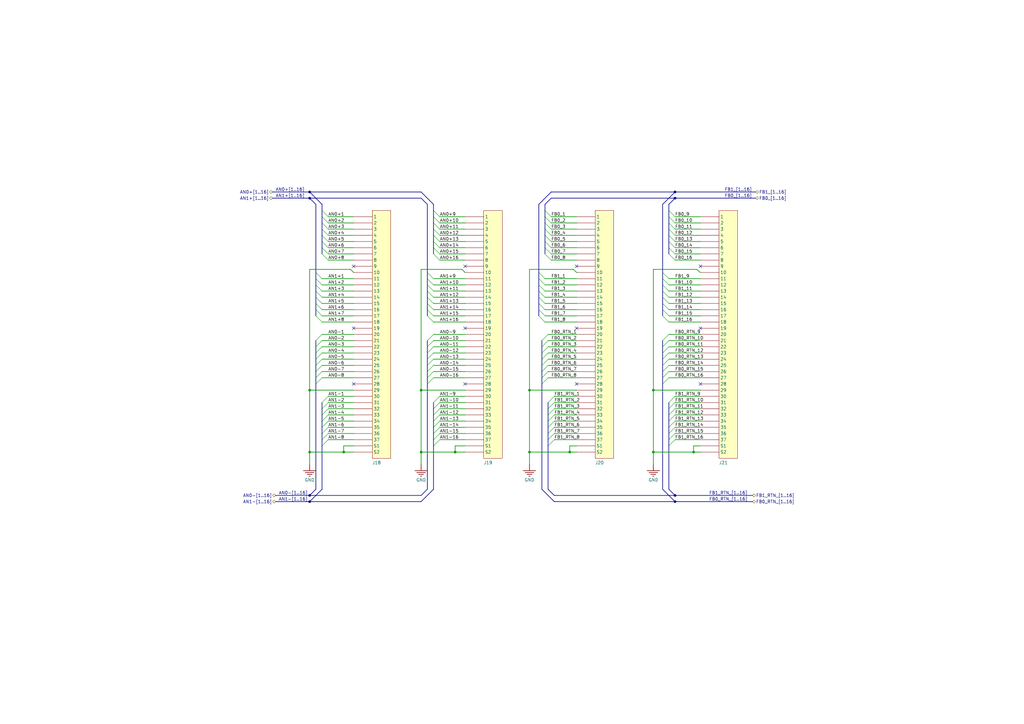
<source format=kicad_sch>
(kicad_sch (version 20211123) (generator eeschema)
  (paper "A3")
  (title_block (title "CAT-Modular Breadoard") (date "18.03.2022") (rev "1.1") (company "DLR e.V. Robert-Hooke Str. 7 28359 Bremen") (comment 1 "C. Strowik"))
  (lib_symbols
    (symbol "01_CAT-MB-AN-altium-import:0_09 65 461 671"
      (property "Value" "0_09 65 461 671" (at 0 0 0))
      (symbol "0_09 65 461 671_1_0"
        (rectangle (start 7.62 101.6) (end 0 0) (fill (type background)))
        (pin passive line (at -7.62 99.06 0) (length 7.62) (name "1") (number "1"))
        (pin passive line (at -7.62 76.2 0) (length 7.62) (name "10") (number "10"))
        (pin passive line (at -7.62 73.66 0) (length 7.62) (name "11") (number "11"))
        (pin passive line (at -7.62 71.12 0) (length 7.62) (name "12") (number "12"))
        (pin passive line (at -7.62 68.58 0) (length 7.62) (name "13") (number "13"))
        (pin passive line (at -7.62 66.04 0) (length 7.62) (name "14") (number "14"))
        (pin passive line (at -7.62 63.5 0) (length 7.62) (name "15") (number "15"))
        (pin passive line (at -7.62 60.96 0) (length 7.62) (name "16") (number "16"))
        (pin passive line (at -7.62 58.42 0) (length 7.62) (name "17") (number "17"))
        (pin passive line (at -7.62 55.88 0) (length 7.62) (name "18") (number "18"))
        (pin passive line (at -7.62 53.34 0) (length 7.62) (name "19") (number "19"))
        (pin passive line (at -7.62 96.52 0) (length 7.62) (name "2") (number "2"))
        (pin passive line (at -7.62 50.8 0) (length 7.62) (name "20") (number "20"))
        (pin passive line (at -7.62 48.26 0) (length 7.62) (name "21") (number "21"))
        (pin passive line (at -7.62 45.72 0) (length 7.62) (name "22") (number "22"))
        (pin passive line (at -7.62 43.18 0) (length 7.62) (name "23") (number "23"))
        (pin passive line (at -7.62 40.64 0) (length 7.62) (name "24") (number "24"))
        (pin passive line (at -7.62 38.1 0) (length 7.62) (name "25") (number "25"))
        (pin passive line (at -7.62 35.56 0) (length 7.62) (name "26") (number "26"))
        (pin passive line (at -7.62 33.02 0) (length 7.62) (name "27") (number "27"))
        (pin passive line (at -7.62 30.48 0) (length 7.62) (name "28") (number "28"))
        (pin passive line (at -7.62 27.94 0) (length 7.62) (name "29") (number "29"))
        (pin passive line (at -7.62 93.98 0) (length 7.62) (name "3") (number "3"))
        (pin passive line (at -7.62 25.4 0) (length 7.62) (name "30") (number "30"))
        (pin passive line (at -7.62 22.86 0) (length 7.62) (name "31") (number "31"))
        (pin passive line (at -7.62 20.32 0) (length 7.62) (name "32") (number "32"))
        (pin passive line (at -7.62 17.78 0) (length 7.62) (name "33") (number "33"))
        (pin passive line (at -7.62 15.24 0) (length 7.62) (name "34") (number "34"))
        (pin passive line (at -7.62 12.7 0) (length 7.62) (name "35") (number "35"))
        (pin passive line (at -7.62 10.16 0) (length 7.62) (name "36") (number "36"))
        (pin passive line (at -7.62 7.62 0) (length 7.62) (name "37") (number "37"))
        (pin passive line (at -7.62 91.44 0) (length 7.62) (name "4") (number "4"))
        (pin passive line (at -7.62 88.9 0) (length 7.62) (name "5") (number "5"))
        (pin passive line (at -7.62 86.36 0) (length 7.62) (name "6") (number "6"))
        (pin passive line (at -7.62 83.82 0) (length 7.62) (name "7") (number "7"))
        (pin passive line (at -7.62 81.28 0) (length 7.62) (name "8") (number "8"))
        (pin passive line (at -7.62 78.74 0) (length 7.62) (name "9") (number "9"))
        (pin passive line (at -7.62 5.08 0) (length 7.62) (name "S1") (number "S1"))
        (pin passive line (at -7.62 2.54 0) (length 7.62) (name "S2") (number "S2"))
      )
    )
    (symbol "01_CAT-MB-AN-altium-import:GND" (power)
      (property "Reference" "#PWR" (at 0 0 0))
      (property "Value" "GND" (at 0 6.35 0))
      (symbol "GND_0_0"
        (polyline (pts (xy -2.54 -2.54) (xy 2.54 -2.54)) (stroke (width 0.254)))
        (polyline (pts (xy -1.778 -3.302) (xy 1.778 -3.302)) (stroke (width 0.254)))
        (polyline (pts (xy -1.016 -4.064) (xy 1.016 -4.064)) (stroke (width 0.254)))
        (polyline (pts (xy -0.254 -4.826) (xy 0.254 -4.826)) (stroke (width 0.254)))
        (polyline (pts (xy 0 0) (xy 0 -2.54)) (stroke (width 0.254)))
        (pin power_in line (at 0 0 0) (length 0) hide (name "GND") (number ""))
      )
    )
  )
  (junction (at 127 160.02))
  (junction (at 284.48 185.42))
  (junction (at 127 205.74))
  (junction (at 276.86 78.74))
  (junction (at 276.86 205.74))
  (junction (at 127 78.74))
  (junction (at 172.72 185.42))
  (junction (at 140.97 185.42))
  (junction (at 267.97 160.02))
  (junction (at 127 203.2))
  (junction (at 233.68 185.42))
  (junction (at 267.97 185.42))
  (junction (at 127 185.42))
  (junction (at 217.17 185.42))
  (junction (at 276.86 81.28))
  (junction (at 186.69 185.42))
  (junction (at 172.72 160.02))
  (junction (at 127 81.28))
  (junction (at 217.17 160.02))
  (junction (at 276.86 203.2))
  (no_connect (at 190.754 109.22))
  (no_connect (at 236.474 157.48))
  (no_connect (at 145.034 109.22))
  (no_connect (at 287.274 109.22))
  (no_connect (at 145.034 134.62))
  (no_connect (at 236.474 134.62))
  (no_connect (at 236.474 109.22))
  (no_connect (at 190.754 157.48))
  (no_connect (at 287.274 157.48))
  (no_connect (at 145.034 157.48))
  (no_connect (at 287.274 134.62))
  (no_connect (at 190.754 134.62))
  (bus_entry (at 177.8 86.36) (size 2.54 2.54))
  (bus_entry (at 177.8 88.9) (size 2.54 2.54))
  (bus_entry (at 177.8 96.52) (size 2.54 2.54))
  (bus_entry (at 271.78 111.76) (size 2.54 2.54))
  (bus_entry (at 271.78 152.4) (size 2.54 -2.54))
  (bus_entry (at 177.8 175.26) (size 2.54 -2.54))
  (bus_entry (at 271.78 114.3) (size 2.54 2.54))
  (bus_entry (at 175.26 119.38) (size 2.54 2.54))
  (bus_entry (at 132.08 86.36) (size 2.54 2.54))
  (bus_entry (at 274.32 93.98) (size 2.54 2.54))
  (bus_entry (at 129.54 149.86) (size 2.54 -2.54))
  (bus_entry (at 220.98 127) (size 2.54 2.54))
  (bus_entry (at 222.25 152.4) (size 2.54 -2.54))
  (bus_entry (at 129.54 139.7) (size 2.54 -2.54))
  (bus_entry (at 129.54 129.54) (size 2.54 2.54))
  (bus_entry (at 220.98 119.38) (size 2.54 2.54))
  (bus_entry (at 132.08 93.98) (size 2.54 2.54))
  (bus_entry (at 129.54 154.94) (size 2.54 -2.54))
  (bus_entry (at 271.78 144.78) (size 2.54 -2.54))
  (bus_entry (at 224.79 175.26) (size 2.54 -2.54))
  (bus_entry (at 274.32 172.72) (size 2.54 -2.54))
  (bus_entry (at 175.26 142.24) (size 2.54 -2.54))
  (bus_entry (at 271.78 149.86) (size 2.54 -2.54))
  (bus_entry (at 132.08 167.64) (size 2.54 -2.54))
  (bus_entry (at 224.79 177.8) (size 2.54 -2.54))
  (bus_entry (at 223.52 91.44) (size 2.54 2.54))
  (bus_entry (at 274.32 182.88) (size 2.54 -2.54))
  (bus_entry (at 177.8 99.06) (size 2.54 2.54))
  (bus_entry (at 177.8 170.18) (size 2.54 -2.54))
  (bus_entry (at 274.32 180.34) (size 2.54 -2.54))
  (bus_entry (at 271.78 119.38) (size 2.54 2.54))
  (bus_entry (at 220.98 121.92) (size 2.54 2.54))
  (bus_entry (at 175.26 129.54) (size 2.54 2.54))
  (bus_entry (at 175.26 124.46) (size 2.54 2.54))
  (bus_entry (at 129.54 124.46) (size 2.54 2.54))
  (bus_entry (at 222.25 139.7) (size 2.54 -2.54))
  (bus_entry (at 175.26 144.78) (size 2.54 -2.54))
  (bus_entry (at 129.54 111.76) (size 2.54 2.54))
  (bus_entry (at 274.32 88.9) (size 2.54 2.54))
  (bus_entry (at 175.26 139.7) (size 2.54 -2.54))
  (bus_entry (at 129.54 147.32) (size 2.54 -2.54))
  (bus_entry (at 274.32 165.1) (size 2.54 -2.54))
  (bus_entry (at 274.32 170.18) (size 2.54 -2.54))
  (bus_entry (at 222.25 149.86) (size 2.54 -2.54))
  (bus_entry (at 132.08 175.26) (size 2.54 -2.54))
  (bus_entry (at 129.54 121.92) (size 2.54 2.54))
  (bus_entry (at 274.32 99.06) (size 2.54 2.54))
  (bus_entry (at 222.25 142.24) (size 2.54 -2.54))
  (bus_entry (at 175.26 157.48) (size 2.54 -2.54))
  (bus_entry (at 132.08 88.9) (size 2.54 2.54))
  (bus_entry (at 271.78 139.7) (size 2.54 -2.54))
  (bus_entry (at 177.8 104.14) (size 2.54 2.54))
  (bus_entry (at 271.78 127) (size 2.54 2.54))
  (bus_entry (at 129.54 142.24) (size 2.54 -2.54))
  (bus_entry (at 175.26 147.32) (size 2.54 -2.54))
  (bus_entry (at 129.54 157.48) (size 2.54 -2.54))
  (bus_entry (at 222.25 157.48) (size 2.54 -2.54))
  (bus_entry (at 175.26 149.86) (size 2.54 -2.54))
  (bus_entry (at 177.8 101.6) (size 2.54 2.54))
  (bus_entry (at 223.52 101.6) (size 2.54 2.54))
  (bus_entry (at 223.52 93.98) (size 2.54 2.54))
  (bus_entry (at 129.54 114.3) (size 2.54 2.54))
  (bus_entry (at 132.08 180.34) (size 2.54 -2.54))
  (bus_entry (at 175.26 152.4) (size 2.54 -2.54))
  (bus_entry (at 132.08 182.88) (size 2.54 -2.54))
  (bus_entry (at 274.32 101.6) (size 2.54 2.54))
  (bus_entry (at 132.08 165.1) (size 2.54 -2.54))
  (bus_entry (at 223.52 86.36) (size 2.54 2.54))
  (bus_entry (at 271.78 129.54) (size 2.54 2.54))
  (bus_entry (at 175.26 116.84) (size 2.54 2.54))
  (bus_entry (at 129.54 144.78) (size 2.54 -2.54))
  (bus_entry (at 222.25 147.32) (size 2.54 -2.54))
  (bus_entry (at 274.32 86.36) (size 2.54 2.54))
  (bus_entry (at 132.08 96.52) (size 2.54 2.54))
  (bus_entry (at 132.08 170.18) (size 2.54 -2.54))
  (bus_entry (at 223.52 88.9) (size 2.54 2.54))
  (bus_entry (at 177.8 172.72) (size 2.54 -2.54))
  (bus_entry (at 129.54 116.84) (size 2.54 2.54))
  (bus_entry (at 220.98 116.84) (size 2.54 2.54))
  (bus_entry (at 132.08 101.6) (size 2.54 2.54))
  (bus_entry (at 175.26 114.3) (size 2.54 2.54))
  (bus_entry (at 220.98 129.54) (size 2.54 2.54))
  (bus_entry (at 175.26 127) (size 2.54 2.54))
  (bus_entry (at 177.8 165.1) (size 2.54 -2.54))
  (bus_entry (at 129.54 127) (size 2.54 2.54))
  (bus_entry (at 132.08 104.14) (size 2.54 2.54))
  (bus_entry (at 177.8 91.44) (size 2.54 2.54))
  (bus_entry (at 271.78 157.48) (size 2.54 -2.54))
  (bus_entry (at 177.8 177.8) (size 2.54 -2.54))
  (bus_entry (at 274.32 175.26) (size 2.54 -2.54))
  (bus_entry (at 220.98 114.3) (size 2.54 2.54))
  (bus_entry (at 222.25 144.78) (size 2.54 -2.54))
  (bus_entry (at 220.98 124.46) (size 2.54 2.54))
  (bus_entry (at 132.08 177.8) (size 2.54 -2.54))
  (bus_entry (at 177.8 93.98) (size 2.54 2.54))
  (bus_entry (at 175.26 111.76) (size 2.54 2.54))
  (bus_entry (at 271.78 154.94) (size 2.54 -2.54))
  (bus_entry (at 271.78 147.32) (size 2.54 -2.54))
  (bus_entry (at 224.79 170.18) (size 2.54 -2.54))
  (bus_entry (at 175.26 121.92) (size 2.54 2.54))
  (bus_entry (at 177.8 167.64) (size 2.54 -2.54))
  (bus_entry (at 274.32 104.14) (size 2.54 2.54))
  (bus_entry (at 274.32 96.52) (size 2.54 2.54))
  (bus_entry (at 224.79 182.88) (size 2.54 -2.54))
  (bus_entry (at 271.78 116.84) (size 2.54 2.54))
  (bus_entry (at 224.79 167.64) (size 2.54 -2.54))
  (bus_entry (at 132.08 172.72) (size 2.54 -2.54))
  (bus_entry (at 175.26 154.94) (size 2.54 -2.54))
  (bus_entry (at 271.78 121.92) (size 2.54 2.54))
  (bus_entry (at 271.78 124.46) (size 2.54 2.54))
  (bus_entry (at 274.32 167.64) (size 2.54 -2.54))
  (bus_entry (at 222.25 154.94) (size 2.54 -2.54))
  (bus_entry (at 129.54 119.38) (size 2.54 2.54))
  (bus_entry (at 132.08 99.06) (size 2.54 2.54))
  (bus_entry (at 274.32 91.44) (size 2.54 2.54))
  (bus_entry (at 177.8 180.34) (size 2.54 -2.54))
  (bus_entry (at 224.79 180.34) (size 2.54 -2.54))
  (bus_entry (at 271.78 142.24) (size 2.54 -2.54))
  (bus_entry (at 223.52 96.52) (size 2.54 2.54))
  (bus_entry (at 274.32 177.8) (size 2.54 -2.54))
  (bus_entry (at 177.8 182.88) (size 2.54 -2.54))
  (bus_entry (at 129.54 152.4) (size 2.54 -2.54))
  (bus_entry (at 224.79 172.72) (size 2.54 -2.54))
  (bus_entry (at 223.52 104.14) (size 2.54 2.54))
  (bus_entry (at 224.79 165.1) (size 2.54 -2.54))
  (bus_entry (at 220.98 111.76) (size 2.54 2.54))
  (bus_entry (at 132.08 91.44) (size 2.54 2.54))
  (bus_entry (at 223.52 99.06) (size 2.54 2.54))
  (bus (pts (xy 177.8 170.18) (xy 177.8 167.64)) (stroke (width 0.254)))
  (bus (pts (xy 175.26 114.3) (xy 175.26 116.84)) (stroke (width 0.254)))
  (wire (pts (xy 145.034 165.1) (xy 134.62 165.1)) (stroke (width 0.254)))
  (bus (pts (xy 129.54 129.54) (xy 129.54 127)) (stroke (width 0.254)))
  (wire (pts (xy 186.69 182.88) (xy 186.69 185.42)) (stroke (width 0.254)))
  (wire (pts (xy 145.034 172.72) (xy 134.62 172.72)) (stroke (width 0.254)))
  (wire (pts (xy 236.474 149.86) (xy 224.79 149.86)) (stroke (width 0.254)))
  (wire (pts (xy 236.474 132.08) (xy 223.52 132.08)) (stroke (width 0.254)))
  (bus (pts (xy 222.25 147.32) (xy 222.25 149.86)) (stroke (width 0.254)))
  (bus (pts (xy 224.79 175.26) (xy 224.79 177.8)) (stroke (width 0.254)))
  (bus (pts (xy 129.54 127) (xy 129.54 124.46)) (stroke (width 0.254)))
  (bus (pts (xy 308.61 205.74) (xy 276.86 205.74)) (stroke (width 0.254)))
  (wire (pts (xy 190.754 111.76) (xy 189.484 110.49)) (stroke (width 0.254)))
  (wire (pts (xy 287.274 180.34) (xy 276.86 180.34)) (stroke (width 0.254)))
  (bus (pts (xy 129.54 83.82) (xy 127 81.28)) (stroke (width 0.254)))
  (wire (pts (xy 145.034 99.06) (xy 134.62 99.06)) (stroke (width 0.254)))
  (wire (pts (xy 287.274 91.44) (xy 276.86 91.44)) (stroke (width 0.254)))
  (wire (pts (xy 287.274 106.68) (xy 276.86 106.68)) (stroke (width 0.254)))
  (bus (pts (xy 177.8 101.6) (xy 177.8 104.14)) (stroke (width 0.254)))
  (wire (pts (xy 189.484 110.49) (xy 172.72 110.49)) (stroke (width 0.254)))
  (wire (pts (xy 140.97 182.88) (xy 140.97 185.42)) (stroke (width 0.254)))
  (bus (pts (xy 175.26 139.7) (xy 175.26 142.24)) (stroke (width 0.254)))
  (wire (pts (xy 287.274 96.52) (xy 276.86 96.52)) (stroke (width 0.254)))
  (wire (pts (xy 287.274 93.98) (xy 276.86 93.98)) (stroke (width 0.254)))
  (bus (pts (xy 274.32 99.06) (xy 274.32 96.52)) (stroke (width 0.254)))
  (wire (pts (xy 127 185.42) (xy 127 160.02)) (stroke (width 0.254)))
  (wire (pts (xy 190.754 88.9) (xy 180.34 88.9)) (stroke (width 0.254)))
  (bus (pts (xy 274.32 93.98) (xy 274.32 91.44)) (stroke (width 0.254)))
  (wire (pts (xy 190.754 175.26) (xy 180.34 175.26)) (stroke (width 0.254)))
  (bus (pts (xy 127 205.74) (xy 172.72 205.74)) (stroke (width 0.254)))
  (bus (pts (xy 224.79 172.72) (xy 224.79 175.26)) (stroke (width 0.254)))
  (wire (pts (xy 145.034 170.18) (xy 134.62 170.18)) (stroke (width 0.254)))
  (wire (pts (xy 267.97 160.02) (xy 267.97 185.42)) (stroke (width 0.254)))
  (wire (pts (xy 236.474 160.02) (xy 217.17 160.02)) (stroke (width 0.254)))
  (wire (pts (xy 145.034 152.4) (xy 132.08 152.4)) (stroke (width 0.254)))
  (bus (pts (xy 132.08 104.14) (xy 132.08 101.6)) (stroke (width 0.254)))
  (bus (pts (xy 132.08 86.36) (xy 132.08 83.82)) (stroke (width 0.254)))
  (wire (pts (xy 217.17 160.02) (xy 217.17 185.42)) (stroke (width 0.254)))
  (bus (pts (xy 177.8 182.88) (xy 177.8 180.34)) (stroke (width 0.254)))
  (wire (pts (xy 287.274 167.64) (xy 276.86 167.64)) (stroke (width 0.254)))
  (wire (pts (xy 236.474 177.8) (xy 227.33 177.8)) (stroke (width 0.254)))
  (wire (pts (xy 287.274 185.42) (xy 284.48 185.42)) (stroke (width 0.254)))
  (wire (pts (xy 145.034 101.6) (xy 134.62 101.6)) (stroke (width 0.254)))
  (wire (pts (xy 236.474 170.18) (xy 227.33 170.18)) (stroke (width 0.254)))
  (wire (pts (xy 145.034 177.8) (xy 134.62 177.8)) (stroke (width 0.254)))
  (wire (pts (xy 236.474 154.94) (xy 224.79 154.94)) (stroke (width 0.254)))
  (wire (pts (xy 190.754 152.4) (xy 177.8 152.4)) (stroke (width 0.254)))
  (bus (pts (xy 271.78 111.76) (xy 271.78 83.82)) (stroke (width 0.254)))
  (wire (pts (xy 236.474 101.6) (xy 226.06 101.6)) (stroke (width 0.254)))
  (bus (pts (xy 132.08 96.52) (xy 132.08 93.98)) (stroke (width 0.254)))
  (bus (pts (xy 271.78 147.32) (xy 271.78 144.78)) (stroke (width 0.254)))
  (bus (pts (xy 274.32 170.18) (xy 274.32 167.64)) (stroke (width 0.254)))
  (bus (pts (xy 274.32 177.8) (xy 274.32 175.26)) (stroke (width 0.254)))
  (bus (pts (xy 175.26 149.86) (xy 175.26 152.4)) (stroke (width 0.254)))
  (wire (pts (xy 285.75 110.49) (xy 267.97 110.49)) (stroke (width 0.254)))
  (bus (pts (xy 175.26 147.32) (xy 175.26 149.86)) (stroke (width 0.254)))
  (wire (pts (xy 143.764 110.49) (xy 145.034 111.76)) (stroke (width 0.254)))
  (bus (pts (xy 132.08 83.82) (xy 127 78.74)) (stroke (width 0.254)))
  (bus (pts (xy 127 205.74) (xy 113.03 205.74)) (stroke (width 0.254)))
  (wire (pts (xy 287.274 152.4) (xy 274.32 152.4)) (stroke (width 0.254)))
  (wire (pts (xy 172.72 185.42) (xy 186.69 185.42)) (stroke (width 0.254)))
  (bus (pts (xy 223.52 93.98) (xy 223.52 91.44)) (stroke (width 0.254)))
  (wire (pts (xy 233.68 182.88) (xy 233.68 185.42)) (stroke (width 0.254)))
  (wire (pts (xy 287.274 114.3) (xy 274.32 114.3)) (stroke (width 0.254)))
  (bus (pts (xy 177.8 180.34) (xy 177.8 177.8)) (stroke (width 0.254)))
  (bus (pts (xy 132.08 200.66) (xy 127 205.74)) (stroke (width 0.254)))
  (wire (pts (xy 145.034 132.08) (xy 132.08 132.08)) (stroke (width 0.254)))
  (bus (pts (xy 132.08 177.8) (xy 132.08 180.34)) (stroke (width 0.254)))
  (wire (pts (xy 287.274 99.06) (xy 276.86 99.06)) (stroke (width 0.254)))
  (wire (pts (xy 287.274 88.9) (xy 276.86 88.9)) (stroke (width 0.254)))
  (wire (pts (xy 145.034 88.9) (xy 134.62 88.9)) (stroke (width 0.254)))
  (bus (pts (xy 271.78 121.92) (xy 271.78 119.38)) (stroke (width 0.254)))
  (bus (pts (xy 132.08 180.34) (xy 132.08 182.88)) (stroke (width 0.254)))
  (wire (pts (xy 217.17 110.49) (xy 217.17 160.02)) (stroke (width 0.254)))
  (bus (pts (xy 276.86 78.74) (xy 309.88 78.74)) (stroke (width 0.254)))
  (bus (pts (xy 222.25 154.94) (xy 222.25 157.48)) (stroke (width 0.254)))
  (wire (pts (xy 145.034 180.34) (xy 134.62 180.34)) (stroke (width 0.254)))
  (bus (pts (xy 175.26 152.4) (xy 175.26 154.94)) (stroke (width 0.254)))
  (bus (pts (xy 222.25 157.48) (xy 222.25 200.66)) (stroke (width 0.254)))
  (wire (pts (xy 236.474 167.64) (xy 227.33 167.64)) (stroke (width 0.254)))
  (wire (pts (xy 236.474 88.9) (xy 226.06 88.9)) (stroke (width 0.254)))
  (wire (pts (xy 236.474 180.34) (xy 227.33 180.34)) (stroke (width 0.254)))
  (wire (pts (xy 236.474 96.52) (xy 226.06 96.52)) (stroke (width 0.254)))
  (wire (pts (xy 236.474 165.1) (xy 227.33 165.1)) (stroke (width 0.254)))
  (bus (pts (xy 175.26 144.78) (xy 175.26 147.32)) (stroke (width 0.254)))
  (wire (pts (xy 145.034 160.02) (xy 127 160.02)) (stroke (width 0.254)))
  (bus (pts (xy 177.8 99.06) (xy 177.8 101.6)) (stroke (width 0.254)))
  (wire (pts (xy 190.754 101.6) (xy 180.34 101.6)) (stroke (width 0.254)))
  (wire (pts (xy 190.754 93.98) (xy 180.34 93.98)) (stroke (width 0.254)))
  (bus (pts (xy 222.25 139.7) (xy 222.25 142.24)) (stroke (width 0.254)))
  (bus (pts (xy 132.08 88.9) (xy 132.08 86.36)) (stroke (width 0.254)))
  (wire (pts (xy 190.754 116.84) (xy 177.8 116.84)) (stroke (width 0.254)))
  (bus (pts (xy 276.86 81.28) (xy 309.88 81.28)) (stroke (width 0.254)))
  (bus (pts (xy 224.79 167.64) (xy 224.79 170.18)) (stroke (width 0.254)))
  (wire (pts (xy 145.034 121.92) (xy 132.08 121.92)) (stroke (width 0.254)))
  (bus (pts (xy 271.78 124.46) (xy 271.78 121.92)) (stroke (width 0.254)))
  (wire (pts (xy 236.474 142.24) (xy 224.79 142.24)) (stroke (width 0.254)))
  (wire (pts (xy 267.97 110.49) (xy 267.97 160.02)) (stroke (width 0.254)))
  (wire (pts (xy 236.474 182.88) (xy 233.68 182.88)) (stroke (width 0.254)))
  (bus (pts (xy 274.32 83.82) (xy 276.86 81.28)) (stroke (width 0.254)))
  (wire (pts (xy 287.274 142.24) (xy 274.32 142.24)) (stroke (width 0.254)))
  (wire (pts (xy 190.754 124.46) (xy 177.8 124.46)) (stroke (width 0.254)))
  (bus (pts (xy 129.54 124.46) (xy 129.54 121.92)) (stroke (width 0.254)))
  (bus (pts (xy 177.8 88.9) (xy 177.8 91.44)) (stroke (width 0.254)))
  (wire (pts (xy 287.274 124.46) (xy 274.32 124.46)) (stroke (width 0.254)))
  (bus (pts (xy 129.54 121.92) (xy 129.54 119.38)) (stroke (width 0.254)))
  (wire (pts (xy 145.034 162.56) (xy 134.62 162.56)) (stroke (width 0.254)))
  (bus (pts (xy 274.32 172.72) (xy 274.32 170.18)) (stroke (width 0.254)))
  (wire (pts (xy 127 190.5) (xy 127 185.42)) (stroke (width 0.254)))
  (wire (pts (xy 172.72 160.02) (xy 172.72 185.42)) (stroke (width 0.254)))
  (wire (pts (xy 190.754 139.7) (xy 177.8 139.7)) (stroke (width 0.254)))
  (bus (pts (xy 271.78 142.24) (xy 271.78 139.7)) (stroke (width 0.254)))
  (bus (pts (xy 132.08 165.1) (xy 132.08 167.64)) (stroke (width 0.254)))
  (wire (pts (xy 287.274 170.18) (xy 276.86 170.18)) (stroke (width 0.254)))
  (bus (pts (xy 175.26 142.24) (xy 175.26 144.78)) (stroke (width 0.254)))
  (wire (pts (xy 190.754 177.8) (xy 180.34 177.8)) (stroke (width 0.254)))
  (bus (pts (xy 127 78.74) (xy 172.72 78.74)) (stroke (width 0.254)))
  (wire (pts (xy 145.034 119.38) (xy 132.08 119.38)) (stroke (width 0.254)))
  (bus (pts (xy 129.54 116.84) (xy 129.54 114.3)) (stroke (width 0.254)))
  (wire (pts (xy 145.034 182.88) (xy 140.97 182.88)) (stroke (width 0.254)))
  (bus (pts (xy 222.25 142.24) (xy 222.25 144.78)) (stroke (width 0.254)))
  (wire (pts (xy 145.034 96.52) (xy 134.62 96.52)) (stroke (width 0.254)))
  (wire (pts (xy 145.034 127) (xy 132.08 127)) (stroke (width 0.254)))
  (bus (pts (xy 132.08 172.72) (xy 132.08 175.26)) (stroke (width 0.254)))
  (wire (pts (xy 190.754 129.54) (xy 177.8 129.54)) (stroke (width 0.254)))
  (wire (pts (xy 236.474 116.84) (xy 223.52 116.84)) (stroke (width 0.254)))
  (wire (pts (xy 190.754 167.64) (xy 180.34 167.64)) (stroke (width 0.254)))
  (wire (pts (xy 287.274 165.1) (xy 276.86 165.1)) (stroke (width 0.254)))
  (bus (pts (xy 175.26 157.48) (xy 175.26 200.66)) (stroke (width 0.254)))
  (bus (pts (xy 224.79 165.1) (xy 224.79 167.64)) (stroke (width 0.254)))
  (bus (pts (xy 175.26 121.92) (xy 175.26 124.46)) (stroke (width 0.254)))
  (wire (pts (xy 287.274 129.54) (xy 274.32 129.54)) (stroke (width 0.254)))
  (bus (pts (xy 132.08 99.06) (xy 132.08 96.52)) (stroke (width 0.254)))
  (bus (pts (xy 129.54 114.3) (xy 129.54 111.76)) (stroke (width 0.254)))
  (wire (pts (xy 236.474 144.78) (xy 224.79 144.78)) (stroke (width 0.254)))
  (bus (pts (xy 175.26 200.66) (xy 172.72 203.2)) (stroke (width 0.254)))
  (bus (pts (xy 222.25 149.86) (xy 222.25 152.4)) (stroke (width 0.254)))
  (bus (pts (xy 224.79 177.8) (xy 224.79 180.34)) (stroke (width 0.254)))
  (wire (pts (xy 287.274 104.14) (xy 276.86 104.14)) (stroke (width 0.254)))
  (bus (pts (xy 175.26 83.82) (xy 175.26 111.76)) (stroke (width 0.254)))
  (wire (pts (xy 236.474 175.26) (xy 227.33 175.26)) (stroke (width 0.254)))
  (bus (pts (xy 274.32 167.64) (xy 274.32 165.1)) (stroke (width 0.254)))
  (wire (pts (xy 145.034 106.68) (xy 134.62 106.68)) (stroke (width 0.254)))
  (wire (pts (xy 145.034 149.86) (xy 132.08 149.86)) (stroke (width 0.254)))
  (wire (pts (xy 284.48 182.88) (xy 284.48 185.42)) (stroke (width 0.254)))
  (wire (pts (xy 190.754 96.52) (xy 180.34 96.52)) (stroke (width 0.254)))
  (bus (pts (xy 172.72 203.2) (xy 127 203.2)) (stroke (width 0.254)))
  (bus (pts (xy 177.8 172.72) (xy 177.8 170.18)) (stroke (width 0.254)))
  (bus (pts (xy 223.52 104.14) (xy 223.52 101.6)) (stroke (width 0.254)))
  (bus (pts (xy 226.06 81.28) (xy 276.86 81.28)) (stroke (width 0.254)))
  (bus (pts (xy 271.78 149.86) (xy 271.78 147.32)) (stroke (width 0.254)))
  (wire (pts (xy 190.754 127) (xy 177.8 127)) (stroke (width 0.254)))
  (wire (pts (xy 172.72 110.49) (xy 172.72 160.02)) (stroke (width 0.254)))
  (bus (pts (xy 220.98 129.54) (xy 220.98 127)) (stroke (width 0.254)))
  (bus (pts (xy 132.08 101.6) (xy 132.08 99.06)) (stroke (width 0.254)))
  (wire (pts (xy 127 110.49) (xy 143.764 110.49)) (stroke (width 0.254)))
  (bus (pts (xy 271.78 200.66) (xy 271.78 157.48)) (stroke (width 0.254)))
  (bus (pts (xy 220.98 121.92) (xy 220.98 119.38)) (stroke (width 0.254)))
  (bus (pts (xy 223.52 99.06) (xy 223.52 96.52)) (stroke (width 0.254)))
  (bus (pts (xy 274.32 200.66) (xy 274.32 182.88)) (stroke (width 0.254)))
  (bus (pts (xy 175.26 119.38) (xy 175.26 121.92)) (stroke (width 0.254)))
  (bus (pts (xy 220.98 119.38) (xy 220.98 116.84)) (stroke (width 0.254)))
  (bus (pts (xy 177.8 86.36) (xy 177.8 88.9)) (stroke (width 0.254)))
  (wire (pts (xy 236.474 127) (xy 223.52 127)) (stroke (width 0.254)))
  (bus (pts (xy 223.52 88.9) (xy 223.52 86.36)) (stroke (width 0.254)))
  (wire (pts (xy 190.754 170.18) (xy 180.34 170.18)) (stroke (width 0.254)))
  (bus (pts (xy 129.54 154.94) (xy 129.54 152.4)) (stroke (width 0.254)))
  (wire (pts (xy 236.474 93.98) (xy 226.06 93.98)) (stroke (width 0.254)))
  (bus (pts (xy 177.8 93.98) (xy 177.8 96.52)) (stroke (width 0.254)))
  (wire (pts (xy 190.754 121.92) (xy 177.8 121.92)) (stroke (width 0.254)))
  (wire (pts (xy 287.274 139.7) (xy 274.32 139.7)) (stroke (width 0.254)))
  (bus (pts (xy 224.79 182.88) (xy 224.79 200.66)) (stroke (width 0.254)))
  (wire (pts (xy 145.034 104.14) (xy 134.62 104.14)) (stroke (width 0.254)))
  (bus (pts (xy 271.78 116.84) (xy 271.78 114.3)) (stroke (width 0.254)))
  (wire (pts (xy 140.97 185.42) (xy 145.034 185.42)) (stroke (width 0.254)))
  (wire (pts (xy 190.754 119.38) (xy 177.8 119.38)) (stroke (width 0.254)))
  (bus (pts (xy 220.98 127) (xy 220.98 124.46)) (stroke (width 0.254)))
  (bus (pts (xy 220.98 83.82) (xy 226.06 78.74)) (stroke (width 0.254)))
  (wire (pts (xy 236.474 104.14) (xy 226.06 104.14)) (stroke (width 0.254)))
  (wire (pts (xy 235.204 110.49) (xy 217.17 110.49)) (stroke (width 0.254)))
  (bus (pts (xy 274.32 101.6) (xy 274.32 99.06)) (stroke (width 0.254)))
  (bus (pts (xy 129.54 152.4) (xy 129.54 149.86)) (stroke (width 0.254)))
  (wire (pts (xy 190.754 104.14) (xy 180.34 104.14)) (stroke (width 0.254)))
  (wire (pts (xy 145.034 129.54) (xy 132.08 129.54)) (stroke (width 0.254)))
  (bus (pts (xy 175.26 154.94) (xy 175.26 157.48)) (stroke (width 0.254)))
  (wire (pts (xy 190.754 114.3) (xy 177.8 114.3)) (stroke (width 0.254)))
  (wire (pts (xy 287.274 137.16) (xy 274.32 137.16)) (stroke (width 0.254)))
  (wire (pts (xy 145.034 175.26) (xy 134.62 175.26)) (stroke (width 0.254)))
  (wire (pts (xy 145.034 144.78) (xy 132.08 144.78)) (stroke (width 0.254)))
  (wire (pts (xy 287.274 144.78) (xy 274.32 144.78)) (stroke (width 0.254)))
  (bus (pts (xy 222.25 152.4) (xy 222.25 154.94)) (stroke (width 0.254)))
  (bus (pts (xy 177.8 200.66) (xy 177.8 182.88)) (stroke (width 0.254)))
  (bus (pts (xy 129.54 149.86) (xy 129.54 147.32)) (stroke (width 0.254)))
  (wire (pts (xy 287.274 175.26) (xy 276.86 175.26)) (stroke (width 0.254)))
  (wire (pts (xy 287.274 111.76) (xy 285.75 110.49)) (stroke (width 0.254)))
  (wire (pts (xy 145.034 124.46) (xy 132.08 124.46)) (stroke (width 0.254)))
  (bus (pts (xy 271.78 119.38) (xy 271.78 116.84)) (stroke (width 0.254)))
  (bus (pts (xy 271.78 127) (xy 271.78 124.46)) (stroke (width 0.254)))
  (bus (pts (xy 224.79 200.66) (xy 227.33 203.2)) (stroke (width 0.254)))
  (wire (pts (xy 190.754 180.34) (xy 180.34 180.34)) (stroke (width 0.254)))
  (wire (pts (xy 190.754 144.78) (xy 177.8 144.78)) (stroke (width 0.254)))
  (wire (pts (xy 236.474 121.92) (xy 223.52 121.92)) (stroke (width 0.254)))
  (wire (pts (xy 236.474 137.16) (xy 224.79 137.16)) (stroke (width 0.254)))
  (bus (pts (xy 274.32 180.34) (xy 274.32 177.8)) (stroke (width 0.254)))
  (bus (pts (xy 129.54 111.76) (xy 129.54 83.82)) (stroke (width 0.254)))
  (wire (pts (xy 127 160.02) (xy 127 110.49)) (stroke (width 0.254)))
  (bus (pts (xy 127 203.2) (xy 129.54 200.66)) (stroke (width 0.254)))
  (bus (pts (xy 271.78 114.3) (xy 271.78 111.76)) (stroke (width 0.254)))
  (wire (pts (xy 236.474 129.54) (xy 223.52 129.54)) (stroke (width 0.254)))
  (bus (pts (xy 220.98 111.76) (xy 220.98 83.82)) (stroke (width 0.254)))
  (wire (pts (xy 217.17 185.42) (xy 233.68 185.42)) (stroke (width 0.254)))
  (bus (pts (xy 274.32 175.26) (xy 274.32 172.72)) (stroke (width 0.254)))
  (bus (pts (xy 274.32 96.52) (xy 274.32 93.98)) (stroke (width 0.254)))
  (wire (pts (xy 190.754 160.02) (xy 172.72 160.02)) (stroke (width 0.254)))
  (wire (pts (xy 236.474 114.3) (xy 223.52 114.3)) (stroke (width 0.254)))
  (wire (pts (xy 236.474 147.32) (xy 224.79 147.32)) (stroke (width 0.254)))
  (wire (pts (xy 190.754 172.72) (xy 180.34 172.72)) (stroke (width 0.254)))
  (wire (pts (xy 145.034 147.32) (xy 132.08 147.32)) (stroke (width 0.254)))
  (wire (pts (xy 145.034 167.64) (xy 134.62 167.64)) (stroke (width 0.254)))
  (bus (pts (xy 132.08 175.26) (xy 132.08 177.8)) (stroke (width 0.254)))
  (wire (pts (xy 287.274 127) (xy 274.32 127)) (stroke (width 0.254)))
  (bus (pts (xy 220.98 124.46) (xy 220.98 121.92)) (stroke (width 0.254)))
  (wire (pts (xy 145.034 142.24) (xy 132.08 142.24)) (stroke (width 0.254)))
  (bus (pts (xy 271.78 157.48) (xy 271.78 154.94)) (stroke (width 0.254)))
  (bus (pts (xy 129.54 157.48) (xy 129.54 154.94)) (stroke (width 0.254)))
  (bus (pts (xy 175.26 111.76) (xy 175.26 114.3)) (stroke (width 0.254)))
  (wire (pts (xy 190.754 132.08) (xy 177.8 132.08)) (stroke (width 0.254)))
  (bus (pts (xy 175.26 124.46) (xy 175.26 127)) (stroke (width 0.254)))
  (wire (pts (xy 236.474 111.76) (xy 235.204 110.49)) (stroke (width 0.254)))
  (wire (pts (xy 190.754 137.16) (xy 177.8 137.16)) (stroke (width 0.254)))
  (bus (pts (xy 175.26 116.84) (xy 175.26 119.38)) (stroke (width 0.254)))
  (wire (pts (xy 186.69 185.42) (xy 190.754 185.42)) (stroke (width 0.254)))
  (bus (pts (xy 276.86 203.2) (xy 308.61 203.2)) (stroke (width 0.254)))
  (wire (pts (xy 145.034 154.94) (xy 132.08 154.94)) (stroke (width 0.254)))
  (wire (pts (xy 217.17 185.42) (xy 217.17 190.5)) (stroke (width 0.254)))
  (wire (pts (xy 287.274 162.56) (xy 276.86 162.56)) (stroke (width 0.254)))
  (wire (pts (xy 127 185.42) (xy 140.97 185.42)) (stroke (width 0.254)))
  (wire (pts (xy 236.474 162.56) (xy 227.33 162.56)) (stroke (width 0.254)))
  (bus (pts (xy 129.54 119.38) (xy 129.54 116.84)) (stroke (width 0.254)))
  (wire (pts (xy 236.474 172.72) (xy 227.33 172.72)) (stroke (width 0.254)))
  (wire (pts (xy 145.034 116.84) (xy 132.08 116.84)) (stroke (width 0.254)))
  (bus (pts (xy 129.54 147.32) (xy 129.54 144.78)) (stroke (width 0.254)))
  (wire (pts (xy 190.754 99.06) (xy 180.34 99.06)) (stroke (width 0.254)))
  (bus (pts (xy 132.08 91.44) (xy 132.08 88.9)) (stroke (width 0.254)))
  (bus (pts (xy 175.26 127) (xy 175.26 129.54)) (stroke (width 0.254)))
  (bus (pts (xy 129.54 200.66) (xy 129.54 157.48)) (stroke (width 0.254)))
  (wire (pts (xy 287.274 119.38) (xy 274.32 119.38)) (stroke (width 0.254)))
  (bus (pts (xy 274.32 88.9) (xy 274.32 86.36)) (stroke (width 0.254)))
  (bus (pts (xy 177.8 177.8) (xy 177.8 175.26)) (stroke (width 0.254)))
  (wire (pts (xy 190.754 154.94) (xy 177.8 154.94)) (stroke (width 0.254)))
  (wire (pts (xy 190.754 106.68) (xy 180.34 106.68)) (stroke (width 0.254)))
  (bus (pts (xy 129.54 144.78) (xy 129.54 142.24)) (stroke (width 0.254)))
  (bus (pts (xy 276.86 203.2) (xy 274.32 200.66)) (stroke (width 0.254)))
  (wire (pts (xy 190.754 142.24) (xy 177.8 142.24)) (stroke (width 0.254)))
  (bus (pts (xy 177.8 83.82) (xy 177.8 86.36)) (stroke (width 0.254)))
  (wire (pts (xy 145.034 137.16) (xy 132.08 137.16)) (stroke (width 0.254)))
  (wire (pts (xy 145.034 91.44) (xy 134.62 91.44)) (stroke (width 0.254)))
  (wire (pts (xy 190.754 162.56) (xy 180.34 162.56)) (stroke (width 0.254)))
  (bus (pts (xy 227.33 205.74) (xy 276.86 205.74)) (stroke (width 0.254)))
  (bus (pts (xy 177.8 175.26) (xy 177.8 172.72)) (stroke (width 0.254)))
  (wire (pts (xy 236.474 119.38) (xy 223.52 119.38)) (stroke (width 0.254)))
  (wire (pts (xy 145.034 139.7) (xy 132.08 139.7)) (stroke (width 0.254)))
  (wire (pts (xy 287.274 116.84) (xy 274.32 116.84)) (stroke (width 0.254)))
  (wire (pts (xy 287.274 160.02) (xy 267.97 160.02)) (stroke (width 0.254)))
  (bus (pts (xy 223.52 91.44) (xy 223.52 88.9)) (stroke (width 0.254)))
  (bus (pts (xy 271.78 152.4) (xy 271.78 149.86)) (stroke (width 0.254)))
  (wire (pts (xy 236.474 99.06) (xy 226.06 99.06)) (stroke (width 0.254)))
  (wire (pts (xy 287.274 132.08) (xy 274.32 132.08)) (stroke (width 0.254)))
  (wire (pts (xy 233.68 185.42) (xy 236.474 185.42)) (stroke (width 0.254)))
  (wire (pts (xy 145.034 114.3) (xy 132.08 114.3)) (stroke (width 0.254)))
  (wire (pts (xy 236.474 106.68) (xy 226.06 106.68)) (stroke (width 0.254)))
  (bus (pts (xy 223.52 86.36) (xy 223.52 83.82)) (stroke (width 0.254)))
  (bus (pts (xy 177.8 91.44) (xy 177.8 93.98)) (stroke (width 0.254)))
  (wire (pts (xy 284.48 185.42) (xy 267.97 185.42)) (stroke (width 0.254)))
  (wire (pts (xy 190.754 147.32) (xy 177.8 147.32)) (stroke (width 0.254)))
  (bus (pts (xy 274.32 182.88) (xy 274.32 180.34)) (stroke (width 0.254)))
  (bus (pts (xy 172.72 205.74) (xy 177.8 200.66)) (stroke (width 0.254)))
  (bus (pts (xy 224.79 180.34) (xy 224.79 182.88)) (stroke (width 0.254)))
  (wire (pts (xy 145.034 93.98) (xy 134.62 93.98)) (stroke (width 0.254)))
  (bus (pts (xy 224.79 170.18) (xy 224.79 172.72)) (stroke (width 0.254)))
  (wire (pts (xy 287.274 121.92) (xy 274.32 121.92)) (stroke (width 0.254)))
  (bus (pts (xy 271.78 144.78) (xy 271.78 142.24)) (stroke (width 0.254)))
  (bus (pts (xy 132.08 167.64) (xy 132.08 170.18)) (stroke (width 0.254)))
  (bus (pts (xy 220.98 116.84) (xy 220.98 114.3)) (stroke (width 0.254)))
  (wire (pts (xy 287.274 154.94) (xy 274.32 154.94)) (stroke (width 0.254)))
  (wire (pts (xy 236.474 91.44) (xy 226.06 91.44)) (stroke (width 0.254)))
  (bus (pts (xy 226.06 78.74) (xy 276.86 78.74)) (stroke (width 0.254)))
  (bus (pts (xy 222.25 200.66) (xy 227.33 205.74)) (stroke (width 0.254)))
  (wire (pts (xy 190.754 91.44) (xy 180.34 91.44)) (stroke (width 0.254)))
  (bus (pts (xy 177.8 167.64) (xy 177.8 165.1)) (stroke (width 0.254)))
  (bus (pts (xy 227.33 203.2) (xy 276.86 203.2)) (stroke (width 0.254)))
  (bus (pts (xy 172.72 78.74) (xy 177.8 83.82)) (stroke (width 0.254)))
  (wire (pts (xy 287.274 101.6) (xy 276.86 101.6)) (stroke (width 0.254)))
  (wire (pts (xy 287.274 177.8) (xy 276.86 177.8)) (stroke (width 0.254)))
  (bus (pts (xy 271.78 83.82) (xy 276.86 78.74)) (stroke (width 0.254)))
  (bus (pts (xy 127 81.28) (xy 172.72 81.28)) (stroke (width 0.254)))
  (bus (pts (xy 132.08 182.88) (xy 132.08 200.66)) (stroke (width 0.254)))
  (wire (pts (xy 236.474 124.46) (xy 223.52 124.46)) (stroke (width 0.254)))
  (bus (pts (xy 222.25 144.78) (xy 222.25 147.32)) (stroke (width 0.254)))
  (bus (pts (xy 274.32 104.14) (xy 274.32 101.6)) (stroke (width 0.254)))
  (bus (pts (xy 177.8 96.52) (xy 177.8 99.06)) (stroke (width 0.254)))
  (bus (pts (xy 271.78 154.94) (xy 271.78 152.4)) (stroke (width 0.254)))
  (wire (pts (xy 287.274 147.32) (xy 274.32 147.32)) (stroke (width 0.254)))
  (wire (pts (xy 190.754 149.86) (xy 177.8 149.86)) (stroke (width 0.254)))
  (wire (pts (xy 236.474 139.7) (xy 224.79 139.7)) (stroke (width 0.254)))
  (wire (pts (xy 287.274 182.88) (xy 284.48 182.88)) (stroke (width 0.254)))
  (bus (pts (xy 271.78 129.54) (xy 271.78 127)) (stroke (width 0.254)))
  (wire (pts (xy 236.474 152.4) (xy 224.79 152.4)) (stroke (width 0.254)))
  (bus (pts (xy 276.86 205.74) (xy 271.78 200.66)) (stroke (width 0.254)))
  (wire (pts (xy 172.72 190.5) (xy 172.72 185.42)) (stroke (width 0.254)))
  (bus (pts (xy 127 78.74) (xy 111.76 78.74)) (stroke (width 0.254)))
  (bus (pts (xy 172.72 81.28) (xy 175.26 83.82)) (stroke (width 0.254)))
  (bus (pts (xy 223.52 83.82) (xy 226.06 81.28)) (stroke (width 0.254)))
  (bus (pts (xy 111.76 81.28) (xy 127 81.28)) (stroke (width 0.254)))
  (bus (pts (xy 132.08 170.18) (xy 132.08 172.72)) (stroke (width 0.254)))
  (wire (pts (xy 267.97 185.42) (xy 267.97 190.5)) (stroke (width 0.254)))
  (wire (pts (xy 190.754 182.88) (xy 186.69 182.88)) (stroke (width 0.254)))
  (bus (pts (xy 129.54 142.24) (xy 129.54 139.7)) (stroke (width 0.254)))
  (bus (pts (xy 223.52 96.52) (xy 223.52 93.98)) (stroke (width 0.254)))
  (wire (pts (xy 287.274 172.72) (xy 276.86 172.72)) (stroke (width 0.254)))
  (bus (pts (xy 113.03 203.2) (xy 127 203.2)) (stroke (width 0.254)))
  (bus (pts (xy 220.98 114.3) (xy 220.98 111.76)) (stroke (width 0.254)))
  (bus (pts (xy 223.52 101.6) (xy 223.52 99.06)) (stroke (width 0.254)))
  (wire (pts (xy 287.274 149.86) (xy 274.32 149.86)) (stroke (width 0.254)))
  (wire (pts (xy 190.754 165.1) (xy 180.34 165.1)) (stroke (width 0.254)))
  (bus (pts (xy 132.08 93.98) (xy 132.08 91.44)) (stroke (width 0.254)))
  (bus (pts (xy 274.32 91.44) (xy 274.32 88.9)) (stroke (width 0.254)))
  (bus (pts (xy 274.32 86.36) (xy 274.32 83.82)) (stroke (width 0.254)))
  (label "AN1-8" (at 134.62 180.34 0))
  (label "FB1_RTN_[1..16]" (at 290.83 203.2 0))
  (label "FB0_2" (at 226.06 91.44 0))
  (label "FB1_RTN_6" (at 227.33 175.26 0))
  (label "AN1-15" (at 180.34 177.8 0))
  (label "AN0+13" (at 180.34 99.06 0))
  (label "AN1+3" (at 134.62 119.38 0))
  (label "FB0_1" (at 226.06 88.9 0))
  (label "FB1_3" (at 226.06 119.38 0))
  (label "AN0-8" (at 134.62 154.94 0))
  (label "AN0-6" (at 134.62 149.86 0))
  (label "FB0_15" (at 276.86 104.14 0))
  (label "FB0_RTN_14" (at 276.86 149.86 0))
  (label "AN1-12" (at 180.34 170.18 0))
  (label "FB0_14" (at 276.86 101.6 0))
  (label "FB0_RTN_13" (at 276.86 147.32 0))
  (label "FB1_7" (at 226.06 129.54 0))
  (label "AN0-1" (at 134.62 137.16 0))
  (label "FB1_RTN_9" (at 276.86 162.56 0))
  (label "FB0_RTN_7" (at 226.06 152.4 0))
  (label "AN0-[1..16]" (at 114.3 203.2 0))
  (label "FB1_13" (at 276.86 124.46 0))
  (label "AN0+10" (at 180.34 91.44 0))
  (label "FB0_7" (at 226.06 104.14 0))
  (label "AN0+5" (at 134.62 99.06 0))
  (label "AN1+4" (at 134.62 121.92 0))
  (label "AN1+9" (at 180.34 114.3 0))
  (label "AN0-2" (at 134.62 139.7 0))
  (label "FB1_12" (at 276.86 121.92 0))
  (label "AN0+[1..16]" (at 113.03 78.74 0))
  (label "AN0-10" (at 180.34 139.7 0))
  (label "AN1-11" (at 180.34 167.64 0))
  (label "AN1-9" (at 180.34 162.56 0))
  (label "FB0_RTN_15" (at 276.86 152.4 0))
  (label "AN1-6" (at 134.62 175.26 0))
  (label "AN0-5" (at 134.62 147.32 0))
  (label "AN0+8" (at 134.62 106.68 0))
  (label "FB1_10" (at 276.86 116.84 0))
  (label "AN1-13" (at 180.34 172.72 0))
  (label "FB1_5" (at 226.06 124.46 0))
  (label "AN1+2" (at 134.62 116.84 0))
  (label "AN1+5" (at 134.62 124.46 0))
  (label "FB1_14" (at 276.86 127 0))
  (label "FB1_RTN_10" (at 276.86 165.1 0))
  (label "FB0_4" (at 226.06 96.52 0))
  (label "FB1_15" (at 276.86 129.54 0))
  (label "FB1_RTN_13" (at 276.86 172.72 0))
  (label "FB1_RTN_15" (at 276.86 177.8 0))
  (label "AN0-3" (at 134.62 142.24 0))
  (label "FB0_RTN_3" (at 226.06 142.24 0))
  (label "FB0_13" (at 276.86 99.06 0))
  (label "AN0-14" (at 180.34 149.86 0))
  (label "FB1_9" (at 276.86 114.3 0))
  (label "AN1+1" (at 134.62 114.3 0))
  (label "FB1_4" (at 226.06 121.92 0))
  (label "AN0+9" (at 180.34 88.9 0))
  (label "FB0_9" (at 276.86 88.9 0))
  (label "FB0_RTN_8" (at 226.06 154.94 0))
  (label "AN0+7" (at 134.62 104.14 0))
  (label "FB1_8" (at 226.06 132.08 0))
  (label "AN0-12" (at 180.34 144.78 0))
  (label "FB0_RTN_2" (at 226.06 139.7 0))
  (label "FB0_[1..16]" (at 297.18 81.28 0))
  (label "FB1_RTN_2" (at 227.33 165.1 0))
  (label "FB0_RTN_1" (at 226.06 137.16 0))
  (label "AN0-13" (at 180.34 147.32 0))
  (label "FB0_3" (at 226.06 93.98 0))
  (label "FB0_RTN_11" (at 276.86 142.24 0))
  (label "FB0_RTN_[1..16]" (at 290.83 205.74 0))
  (label "AN0+2" (at 134.62 91.44 0))
  (label "AN1-[1..16]" (at 114.3 205.74 0))
  (label "FB0_RTN_5" (at 226.06 147.32 0))
  (label "AN1-5" (at 134.62 172.72 0))
  (label "FB0_5" (at 226.06 99.06 0))
  (label "AN1+7" (at 134.62 129.54 0))
  (label "AN1-10" (at 180.34 165.1 0))
  (label "FB0_RTN_16" (at 276.86 154.94 0))
  (label "AN0+6" (at 134.62 101.6 0))
  (label "AN0+4" (at 134.62 96.52 0))
  (label "AN1-7" (at 134.62 177.8 0))
  (label "FB1_RTN_14" (at 276.86 175.26 0))
  (label "AN1-16" (at 180.34 180.34 0))
  (label "AN0+15" (at 180.34 104.14 0))
  (label "FB0_16" (at 276.86 106.68 0))
  (label "AN1+6" (at 134.62 127 0))
  (label "AN0+11" (at 180.34 93.98 0))
  (label "FB1_RTN_11" (at 276.86 167.64 0))
  (label "FB0_RTN_6" (at 226.06 149.86 0))
  (label "FB0_12" (at 276.86 96.52 0))
  (label "FB0_6" (at 226.06 101.6 0))
  (label "AN0+12" (at 180.34 96.52 0))
  (label "AN0-7" (at 134.62 152.4 0))
  (label "AN1+8" (at 134.62 132.08 0))
  (label "FB1_RTN_1" (at 227.33 162.56 0))
  (label "AN0+16" (at 180.34 106.68 0))
  (label "AN0-16" (at 180.34 154.94 0))
  (label "FB1_RTN_5" (at 227.33 172.72 0))
  (label "FB1_RTN_8" (at 227.33 180.34 0))
  (label "AN1+16" (at 180.34 132.08 0))
  (label "AN1+15" (at 180.34 129.54 0))
  (label "FB1_RTN_7" (at 227.33 177.8 0))
  (label "FB1_11" (at 276.86 119.38 0))
  (label "AN1-3" (at 134.62 167.64 0))
  (label "FB0_8" (at 226.06 106.68 0))
  (label "AN1-4" (at 134.62 170.18 0))
  (label "FB1_RTN_3" (at 227.33 167.64 0))
  (label "AN1+13" (at 180.34 124.46 0))
  (label "AN1-14" (at 180.34 175.26 0))
  (label "FB1_16" (at 276.86 132.08 0))
  (label "AN0-9" (at 180.34 137.16 0))
  (label "AN1+11" (at 180.34 119.38 0))
  (label "AN1+10" (at 180.34 116.84 0))
  (label "FB1_RTN_16" (at 276.86 180.34 0))
  (label "AN1+12" (at 180.34 121.92 0))
  (label "AN0+3" (at 134.62 93.98 0))
  (label "AN0+14" (at 180.34 101.6 0))
  (label "FB1_RTN_12" (at 276.86 170.18 0))
  (label "FB0_10" (at 276.86 91.44 0))
  (label "FB0_RTN_9" (at 276.86 137.16 0))
  (label "FB0_RTN_10" (at 276.86 139.7 0))
  (label "FB1_6" (at 226.06 127 0))
  (label "AN0-15" (at 180.34 152.4 0))
  (label "FB0_RTN_12" (at 276.86 144.78 0))
  (label "AN0-11" (at 180.34 142.24 0))
  (label "AN1+14" (at 180.34 127 0))
  (label "FB0_RTN_4" (at 226.06 144.78 0))
  (label "FB1_[1..16]" (at 297.18 78.74 0))
  (label "AN1-1" (at 134.62 162.56 0))
  (label "FB1_1" (at 226.06 114.3 0))
  (label "AN1-2" (at 134.62 165.1 0))
  (label "FB1_2" (at 226.06 116.84 0))
  (label "FB1_RTN_4" (at 227.33 170.18 0))
  (label "AN1+[1..16]" (at 113.03 81.28 0))
  (label "FB0_11" (at 276.86 93.98 0))
  (label "AN0+1" (at 134.62 88.9 0))
  (label "AN0-4" (at 134.62 144.78 0))
  (hierarchical_label "AN0-[1..16]" (shape bidirectional) (at 113.03 203.2 180))
  (hierarchical_label "FB0_[1..16]" (shape bidirectional) (at 309.88 81.28 0))
  (hierarchical_label "FB0_RTN_[1..16]" (shape bidirectional) (at 308.61 205.74 0))
  (hierarchical_label "AN1-[1..16]" (shape bidirectional) (at 113.03 205.74 180))
  (hierarchical_label "AN0+[1..16]" (shape bidirectional) (at 111.76 78.74 180))
  (hierarchical_label "FB1_[1..16]" (shape bidirectional) (at 309.88 78.74 0))
  (hierarchical_label "AN1+[1..16]" (shape bidirectional) (at 111.76 81.28 180))
  (hierarchical_label "FB1_RTN_[1..16]" (shape bidirectional) (at 308.61 203.2 0))
  (symbol (lib_id "01_CAT-MB-AN-altium-import:0_09 65 461 671") (at 244.094 187.96 0) (unit 1)
    (property "Reference" "J20" (at 244.094 190.5 0) (effects (justify left bottom)))
    (property "Value" "D-Sub 37P" (effects hide))
    (property "Footprint" "09 66 451 651" (effects hide))
  )
  (symbol (lib_id "01_CAT-MB-AN-altium-import:GND") (at 172.72 190.5 0) (unit 1)
    (property "Reference" "#PWR?" (effects hide))
    (property "Value" "GND" (at 172.72 196.85 0))
  )
  (symbol (lib_id "01_CAT-MB-AN-altium-import:GND") (at 267.97 190.5 0) (unit 1)
    (property "Reference" "#PWR?" (effects hide))
    (property "Value" "GND" (at 267.97 196.85 0))
  )
  (symbol (lib_id "01_CAT-MB-AN-altium-import:0_09 65 461 671") (at 152.654 187.96 0) (unit 1)
    (property "Reference" "J18" (at 152.654 190.5 0) (effects (justify left bottom)))
    (property "Value" "D-Sub 37P" (effects hide))
    (property "Footprint" "09 66 451 651" (effects hide))
  )
  (symbol (lib_id "01_CAT-MB-AN-altium-import:0_09 65 461 671") (at 198.374 187.96 0) (unit 1)
    (property "Reference" "J19" (at 198.374 190.5 0) (effects (justify left bottom)))
    (property "Value" "D-Sub 37P" (effects hide))
    (property "Footprint" "09 66 451 651" (effects hide))
  )
  (symbol (lib_id "01_CAT-MB-AN-altium-import:GND") (at 127 190.5 0) (unit 1)
    (property "Reference" "#PWR?" (effects hide))
    (property "Value" "GND" (at 127 196.85 0))
  )
  (symbol (lib_id "01_CAT-MB-AN-altium-import:0_09 65 461 671") (at 294.894 187.96 0) (unit 1)
    (property "Reference" "J21" (at 294.894 190.5 0) (effects (justify left bottom)))
    (property "Value" "D-Sub 37P" (effects hide))
    (property "Footprint" "09 66 451 651" (effects hide))
  )
  (symbol (lib_id "01_CAT-MB-AN-altium-import:GND") (at 217.17 190.5 0) (unit 1)
    (property "Reference" "#PWR?" (effects hide))
    (property "Value" "GND" (at 217.17 196.85 0))
  )
)
</source>
